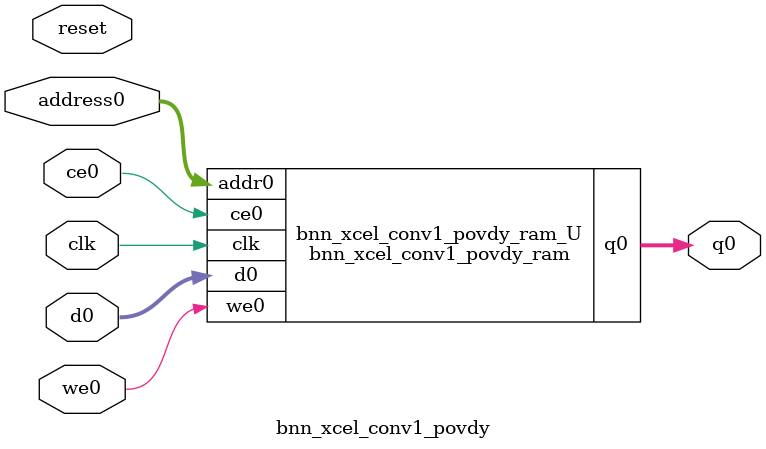
<source format=v>
`timescale 1 ns / 1 ps
module bnn_xcel_conv1_povdy_ram (addr0, ce0, d0, we0, q0,  clk);

parameter DWIDTH = 16;
parameter AWIDTH = 7;
parameter MEM_SIZE = 100;

input[AWIDTH-1:0] addr0;
input ce0;
input[DWIDTH-1:0] d0;
input we0;
output reg[DWIDTH-1:0] q0;
input clk;

(* ram_style = "block" *)reg [DWIDTH-1:0] ram[0:MEM_SIZE-1];




always @(posedge clk)  
begin 
    if (ce0) begin
        if (we0) 
            ram[addr0] <= d0; 
        q0 <= ram[addr0];
    end
end


endmodule

`timescale 1 ns / 1 ps
module bnn_xcel_conv1_povdy(
    reset,
    clk,
    address0,
    ce0,
    we0,
    d0,
    q0);

parameter DataWidth = 32'd16;
parameter AddressRange = 32'd100;
parameter AddressWidth = 32'd7;
input reset;
input clk;
input[AddressWidth - 1:0] address0;
input ce0;
input we0;
input[DataWidth - 1:0] d0;
output[DataWidth - 1:0] q0;



bnn_xcel_conv1_povdy_ram bnn_xcel_conv1_povdy_ram_U(
    .clk( clk ),
    .addr0( address0 ),
    .ce0( ce0 ),
    .we0( we0 ),
    .d0( d0 ),
    .q0( q0 ));

endmodule


</source>
